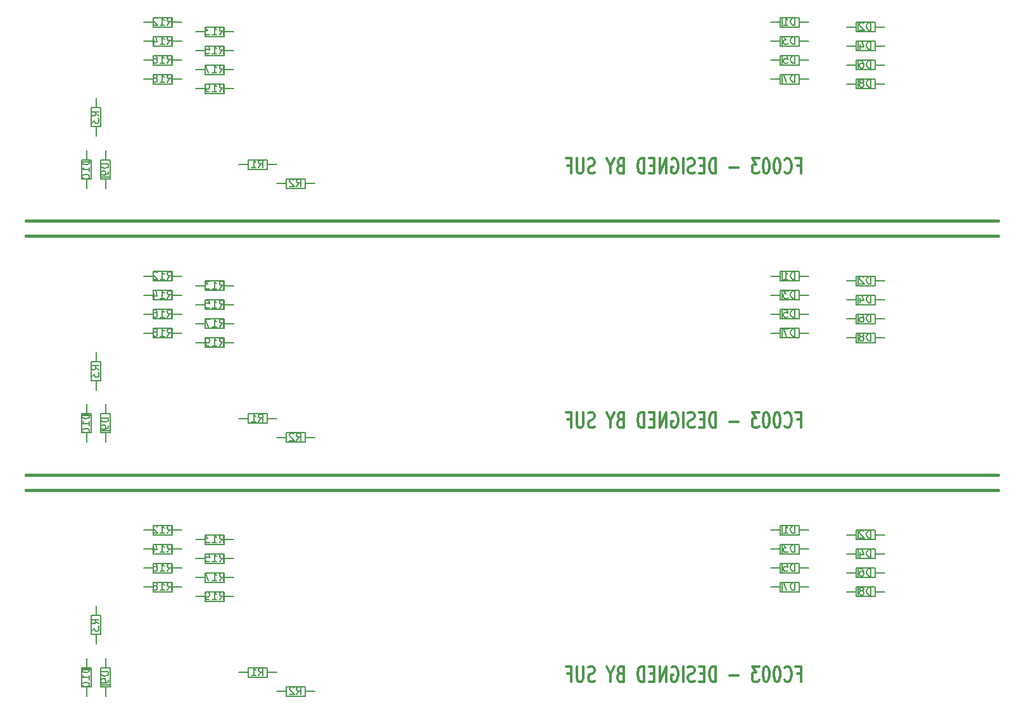
<source format=gbo>
G04 (created by PCBNEW (2013-07-07 BZR 4022)-stable) date 21/01/2014 23:36:14*
%MOIN*%
G04 Gerber Fmt 3.4, Leading zero omitted, Abs format*
%FSLAX34Y34*%
G01*
G70*
G90*
G04 APERTURE LIST*
%ADD10C,0.00590551*%
%ADD11C,0.015*%
%ADD12C,0.012*%
%ADD13C,0.00787402*%
G04 APERTURE END LIST*
G54D10*
G54D11*
X43307Y-66141D02*
X94488Y-66141D01*
X94488Y-65354D02*
X43307Y-65354D01*
X43307Y-52755D02*
X94488Y-52755D01*
X94488Y-51968D02*
X43307Y-51968D01*
G54D12*
X83907Y-75826D02*
X84107Y-75826D01*
X84107Y-76245D02*
X84107Y-75445D01*
X83821Y-75445D01*
X83250Y-76169D02*
X83278Y-76207D01*
X83364Y-76245D01*
X83421Y-76245D01*
X83507Y-76207D01*
X83564Y-76131D01*
X83592Y-76054D01*
X83621Y-75902D01*
X83621Y-75788D01*
X83592Y-75635D01*
X83564Y-75559D01*
X83507Y-75483D01*
X83421Y-75445D01*
X83364Y-75445D01*
X83278Y-75483D01*
X83250Y-75521D01*
X82878Y-75445D02*
X82821Y-75445D01*
X82764Y-75483D01*
X82735Y-75521D01*
X82707Y-75597D01*
X82678Y-75750D01*
X82678Y-75940D01*
X82707Y-76093D01*
X82735Y-76169D01*
X82764Y-76207D01*
X82821Y-76245D01*
X82878Y-76245D01*
X82935Y-76207D01*
X82964Y-76169D01*
X82992Y-76093D01*
X83021Y-75940D01*
X83021Y-75750D01*
X82992Y-75597D01*
X82964Y-75521D01*
X82935Y-75483D01*
X82878Y-75445D01*
X82307Y-75445D02*
X82250Y-75445D01*
X82192Y-75483D01*
X82164Y-75521D01*
X82135Y-75597D01*
X82107Y-75750D01*
X82107Y-75940D01*
X82135Y-76093D01*
X82164Y-76169D01*
X82192Y-76207D01*
X82250Y-76245D01*
X82307Y-76245D01*
X82364Y-76207D01*
X82392Y-76169D01*
X82421Y-76093D01*
X82450Y-75940D01*
X82450Y-75750D01*
X82421Y-75597D01*
X82392Y-75521D01*
X82364Y-75483D01*
X82307Y-75445D01*
X81907Y-75445D02*
X81535Y-75445D01*
X81735Y-75750D01*
X81650Y-75750D01*
X81592Y-75788D01*
X81564Y-75826D01*
X81535Y-75902D01*
X81535Y-76093D01*
X81564Y-76169D01*
X81592Y-76207D01*
X81650Y-76245D01*
X81821Y-76245D01*
X81878Y-76207D01*
X81907Y-76169D01*
X80821Y-75940D02*
X80364Y-75940D01*
X79621Y-76245D02*
X79621Y-75445D01*
X79478Y-75445D01*
X79392Y-75483D01*
X79335Y-75559D01*
X79307Y-75635D01*
X79278Y-75788D01*
X79278Y-75902D01*
X79307Y-76054D01*
X79335Y-76131D01*
X79392Y-76207D01*
X79478Y-76245D01*
X79621Y-76245D01*
X79021Y-75826D02*
X78821Y-75826D01*
X78735Y-76245D02*
X79021Y-76245D01*
X79021Y-75445D01*
X78735Y-75445D01*
X78507Y-76207D02*
X78421Y-76245D01*
X78278Y-76245D01*
X78221Y-76207D01*
X78192Y-76169D01*
X78164Y-76093D01*
X78164Y-76016D01*
X78192Y-75940D01*
X78221Y-75902D01*
X78278Y-75864D01*
X78392Y-75826D01*
X78449Y-75788D01*
X78478Y-75750D01*
X78507Y-75674D01*
X78507Y-75597D01*
X78478Y-75521D01*
X78449Y-75483D01*
X78392Y-75445D01*
X78249Y-75445D01*
X78164Y-75483D01*
X77907Y-76245D02*
X77907Y-75445D01*
X77307Y-75483D02*
X77364Y-75445D01*
X77449Y-75445D01*
X77535Y-75483D01*
X77592Y-75559D01*
X77621Y-75635D01*
X77649Y-75788D01*
X77649Y-75902D01*
X77621Y-76054D01*
X77592Y-76131D01*
X77535Y-76207D01*
X77449Y-76245D01*
X77392Y-76245D01*
X77307Y-76207D01*
X77278Y-76169D01*
X77278Y-75902D01*
X77392Y-75902D01*
X77021Y-76245D02*
X77021Y-75445D01*
X76678Y-76245D01*
X76678Y-75445D01*
X76392Y-75826D02*
X76192Y-75826D01*
X76107Y-76245D02*
X76392Y-76245D01*
X76392Y-75445D01*
X76107Y-75445D01*
X75850Y-76245D02*
X75850Y-75445D01*
X75707Y-75445D01*
X75621Y-75483D01*
X75564Y-75559D01*
X75535Y-75635D01*
X75507Y-75788D01*
X75507Y-75902D01*
X75535Y-76054D01*
X75564Y-76131D01*
X75621Y-76207D01*
X75707Y-76245D01*
X75850Y-76245D01*
X74592Y-75826D02*
X74507Y-75864D01*
X74478Y-75902D01*
X74450Y-75978D01*
X74450Y-76093D01*
X74478Y-76169D01*
X74507Y-76207D01*
X74564Y-76245D01*
X74792Y-76245D01*
X74792Y-75445D01*
X74592Y-75445D01*
X74535Y-75483D01*
X74507Y-75521D01*
X74478Y-75597D01*
X74478Y-75674D01*
X74507Y-75750D01*
X74535Y-75788D01*
X74592Y-75826D01*
X74792Y-75826D01*
X74078Y-75864D02*
X74078Y-76245D01*
X74278Y-75445D02*
X74078Y-75864D01*
X73878Y-75445D01*
X73249Y-76207D02*
X73164Y-76245D01*
X73021Y-76245D01*
X72964Y-76207D01*
X72935Y-76169D01*
X72907Y-76093D01*
X72907Y-76016D01*
X72935Y-75940D01*
X72964Y-75902D01*
X73021Y-75864D01*
X73135Y-75826D01*
X73192Y-75788D01*
X73221Y-75750D01*
X73249Y-75674D01*
X73249Y-75597D01*
X73221Y-75521D01*
X73192Y-75483D01*
X73135Y-75445D01*
X72992Y-75445D01*
X72907Y-75483D01*
X72649Y-75445D02*
X72649Y-76093D01*
X72621Y-76169D01*
X72592Y-76207D01*
X72535Y-76245D01*
X72421Y-76245D01*
X72364Y-76207D01*
X72335Y-76169D01*
X72307Y-76093D01*
X72307Y-75445D01*
X71821Y-75826D02*
X72021Y-75826D01*
X72021Y-76245D02*
X72021Y-75445D01*
X71735Y-75445D01*
X83907Y-62440D02*
X84107Y-62440D01*
X84107Y-62859D02*
X84107Y-62059D01*
X83821Y-62059D01*
X83250Y-62783D02*
X83278Y-62821D01*
X83364Y-62859D01*
X83421Y-62859D01*
X83507Y-62821D01*
X83564Y-62745D01*
X83592Y-62669D01*
X83621Y-62516D01*
X83621Y-62402D01*
X83592Y-62250D01*
X83564Y-62173D01*
X83507Y-62097D01*
X83421Y-62059D01*
X83364Y-62059D01*
X83278Y-62097D01*
X83250Y-62135D01*
X82878Y-62059D02*
X82821Y-62059D01*
X82764Y-62097D01*
X82735Y-62135D01*
X82707Y-62212D01*
X82678Y-62364D01*
X82678Y-62554D01*
X82707Y-62707D01*
X82735Y-62783D01*
X82764Y-62821D01*
X82821Y-62859D01*
X82878Y-62859D01*
X82935Y-62821D01*
X82964Y-62783D01*
X82992Y-62707D01*
X83021Y-62554D01*
X83021Y-62364D01*
X82992Y-62212D01*
X82964Y-62135D01*
X82935Y-62097D01*
X82878Y-62059D01*
X82307Y-62059D02*
X82250Y-62059D01*
X82192Y-62097D01*
X82164Y-62135D01*
X82135Y-62212D01*
X82107Y-62364D01*
X82107Y-62554D01*
X82135Y-62707D01*
X82164Y-62783D01*
X82192Y-62821D01*
X82250Y-62859D01*
X82307Y-62859D01*
X82364Y-62821D01*
X82392Y-62783D01*
X82421Y-62707D01*
X82450Y-62554D01*
X82450Y-62364D01*
X82421Y-62212D01*
X82392Y-62135D01*
X82364Y-62097D01*
X82307Y-62059D01*
X81907Y-62059D02*
X81535Y-62059D01*
X81735Y-62364D01*
X81650Y-62364D01*
X81592Y-62402D01*
X81564Y-62440D01*
X81535Y-62516D01*
X81535Y-62707D01*
X81564Y-62783D01*
X81592Y-62821D01*
X81650Y-62859D01*
X81821Y-62859D01*
X81878Y-62821D01*
X81907Y-62783D01*
X80821Y-62554D02*
X80364Y-62554D01*
X79621Y-62859D02*
X79621Y-62059D01*
X79478Y-62059D01*
X79392Y-62097D01*
X79335Y-62173D01*
X79307Y-62250D01*
X79278Y-62402D01*
X79278Y-62516D01*
X79307Y-62669D01*
X79335Y-62745D01*
X79392Y-62821D01*
X79478Y-62859D01*
X79621Y-62859D01*
X79021Y-62440D02*
X78821Y-62440D01*
X78735Y-62859D02*
X79021Y-62859D01*
X79021Y-62059D01*
X78735Y-62059D01*
X78507Y-62821D02*
X78421Y-62859D01*
X78278Y-62859D01*
X78221Y-62821D01*
X78192Y-62783D01*
X78164Y-62707D01*
X78164Y-62631D01*
X78192Y-62554D01*
X78221Y-62516D01*
X78278Y-62478D01*
X78392Y-62440D01*
X78449Y-62402D01*
X78478Y-62364D01*
X78507Y-62288D01*
X78507Y-62212D01*
X78478Y-62135D01*
X78449Y-62097D01*
X78392Y-62059D01*
X78249Y-62059D01*
X78164Y-62097D01*
X77907Y-62859D02*
X77907Y-62059D01*
X77307Y-62097D02*
X77364Y-62059D01*
X77449Y-62059D01*
X77535Y-62097D01*
X77592Y-62173D01*
X77621Y-62250D01*
X77649Y-62402D01*
X77649Y-62516D01*
X77621Y-62669D01*
X77592Y-62745D01*
X77535Y-62821D01*
X77449Y-62859D01*
X77392Y-62859D01*
X77307Y-62821D01*
X77278Y-62783D01*
X77278Y-62516D01*
X77392Y-62516D01*
X77021Y-62859D02*
X77021Y-62059D01*
X76678Y-62859D01*
X76678Y-62059D01*
X76392Y-62440D02*
X76192Y-62440D01*
X76107Y-62859D02*
X76392Y-62859D01*
X76392Y-62059D01*
X76107Y-62059D01*
X75850Y-62859D02*
X75850Y-62059D01*
X75707Y-62059D01*
X75621Y-62097D01*
X75564Y-62173D01*
X75535Y-62250D01*
X75507Y-62402D01*
X75507Y-62516D01*
X75535Y-62669D01*
X75564Y-62745D01*
X75621Y-62821D01*
X75707Y-62859D01*
X75850Y-62859D01*
X74592Y-62440D02*
X74507Y-62478D01*
X74478Y-62516D01*
X74450Y-62592D01*
X74450Y-62707D01*
X74478Y-62783D01*
X74507Y-62821D01*
X74564Y-62859D01*
X74792Y-62859D01*
X74792Y-62059D01*
X74592Y-62059D01*
X74535Y-62097D01*
X74507Y-62135D01*
X74478Y-62212D01*
X74478Y-62288D01*
X74507Y-62364D01*
X74535Y-62402D01*
X74592Y-62440D01*
X74792Y-62440D01*
X74078Y-62478D02*
X74078Y-62859D01*
X74278Y-62059D02*
X74078Y-62478D01*
X73878Y-62059D01*
X73249Y-62821D02*
X73164Y-62859D01*
X73021Y-62859D01*
X72964Y-62821D01*
X72935Y-62783D01*
X72907Y-62707D01*
X72907Y-62631D01*
X72935Y-62554D01*
X72964Y-62516D01*
X73021Y-62478D01*
X73135Y-62440D01*
X73192Y-62402D01*
X73221Y-62364D01*
X73249Y-62288D01*
X73249Y-62212D01*
X73221Y-62135D01*
X73192Y-62097D01*
X73135Y-62059D01*
X72992Y-62059D01*
X72907Y-62097D01*
X72649Y-62059D02*
X72649Y-62707D01*
X72621Y-62783D01*
X72592Y-62821D01*
X72535Y-62859D01*
X72421Y-62859D01*
X72364Y-62821D01*
X72335Y-62783D01*
X72307Y-62707D01*
X72307Y-62059D01*
X71821Y-62440D02*
X72021Y-62440D01*
X72021Y-62859D02*
X72021Y-62059D01*
X71735Y-62059D01*
X83907Y-49054D02*
X84107Y-49054D01*
X84107Y-49473D02*
X84107Y-48673D01*
X83821Y-48673D01*
X83250Y-49397D02*
X83278Y-49435D01*
X83364Y-49473D01*
X83421Y-49473D01*
X83507Y-49435D01*
X83564Y-49359D01*
X83592Y-49283D01*
X83621Y-49130D01*
X83621Y-49016D01*
X83592Y-48864D01*
X83564Y-48788D01*
X83507Y-48711D01*
X83421Y-48673D01*
X83364Y-48673D01*
X83278Y-48711D01*
X83250Y-48750D01*
X82878Y-48673D02*
X82821Y-48673D01*
X82764Y-48711D01*
X82735Y-48750D01*
X82707Y-48826D01*
X82678Y-48978D01*
X82678Y-49169D01*
X82707Y-49321D01*
X82735Y-49397D01*
X82764Y-49435D01*
X82821Y-49473D01*
X82878Y-49473D01*
X82935Y-49435D01*
X82964Y-49397D01*
X82992Y-49321D01*
X83021Y-49169D01*
X83021Y-48978D01*
X82992Y-48826D01*
X82964Y-48750D01*
X82935Y-48711D01*
X82878Y-48673D01*
X82307Y-48673D02*
X82250Y-48673D01*
X82192Y-48711D01*
X82164Y-48750D01*
X82135Y-48826D01*
X82107Y-48978D01*
X82107Y-49169D01*
X82135Y-49321D01*
X82164Y-49397D01*
X82192Y-49435D01*
X82250Y-49473D01*
X82307Y-49473D01*
X82364Y-49435D01*
X82392Y-49397D01*
X82421Y-49321D01*
X82450Y-49169D01*
X82450Y-48978D01*
X82421Y-48826D01*
X82392Y-48750D01*
X82364Y-48711D01*
X82307Y-48673D01*
X81907Y-48673D02*
X81535Y-48673D01*
X81735Y-48978D01*
X81650Y-48978D01*
X81592Y-49016D01*
X81564Y-49054D01*
X81535Y-49130D01*
X81535Y-49321D01*
X81564Y-49397D01*
X81592Y-49435D01*
X81650Y-49473D01*
X81821Y-49473D01*
X81878Y-49435D01*
X81907Y-49397D01*
X80821Y-49169D02*
X80364Y-49169D01*
X79621Y-49473D02*
X79621Y-48673D01*
X79478Y-48673D01*
X79392Y-48711D01*
X79335Y-48788D01*
X79307Y-48864D01*
X79278Y-49016D01*
X79278Y-49130D01*
X79307Y-49283D01*
X79335Y-49359D01*
X79392Y-49435D01*
X79478Y-49473D01*
X79621Y-49473D01*
X79021Y-49054D02*
X78821Y-49054D01*
X78735Y-49473D02*
X79021Y-49473D01*
X79021Y-48673D01*
X78735Y-48673D01*
X78507Y-49435D02*
X78421Y-49473D01*
X78278Y-49473D01*
X78221Y-49435D01*
X78192Y-49397D01*
X78164Y-49321D01*
X78164Y-49245D01*
X78192Y-49169D01*
X78221Y-49130D01*
X78278Y-49092D01*
X78392Y-49054D01*
X78449Y-49016D01*
X78478Y-48978D01*
X78507Y-48902D01*
X78507Y-48826D01*
X78478Y-48750D01*
X78449Y-48711D01*
X78392Y-48673D01*
X78249Y-48673D01*
X78164Y-48711D01*
X77907Y-49473D02*
X77907Y-48673D01*
X77307Y-48711D02*
X77364Y-48673D01*
X77449Y-48673D01*
X77535Y-48711D01*
X77592Y-48788D01*
X77621Y-48864D01*
X77649Y-49016D01*
X77649Y-49130D01*
X77621Y-49283D01*
X77592Y-49359D01*
X77535Y-49435D01*
X77449Y-49473D01*
X77392Y-49473D01*
X77307Y-49435D01*
X77278Y-49397D01*
X77278Y-49130D01*
X77392Y-49130D01*
X77021Y-49473D02*
X77021Y-48673D01*
X76678Y-49473D01*
X76678Y-48673D01*
X76392Y-49054D02*
X76192Y-49054D01*
X76107Y-49473D02*
X76392Y-49473D01*
X76392Y-48673D01*
X76107Y-48673D01*
X75850Y-49473D02*
X75850Y-48673D01*
X75707Y-48673D01*
X75621Y-48711D01*
X75564Y-48788D01*
X75535Y-48864D01*
X75507Y-49016D01*
X75507Y-49130D01*
X75535Y-49283D01*
X75564Y-49359D01*
X75621Y-49435D01*
X75707Y-49473D01*
X75850Y-49473D01*
X74592Y-49054D02*
X74507Y-49092D01*
X74478Y-49130D01*
X74450Y-49207D01*
X74450Y-49321D01*
X74478Y-49397D01*
X74507Y-49435D01*
X74564Y-49473D01*
X74792Y-49473D01*
X74792Y-48673D01*
X74592Y-48673D01*
X74535Y-48711D01*
X74507Y-48750D01*
X74478Y-48826D01*
X74478Y-48902D01*
X74507Y-48978D01*
X74535Y-49016D01*
X74592Y-49054D01*
X74792Y-49054D01*
X74078Y-49092D02*
X74078Y-49473D01*
X74278Y-48673D02*
X74078Y-49092D01*
X73878Y-48673D01*
X73249Y-49435D02*
X73164Y-49473D01*
X73021Y-49473D01*
X72964Y-49435D01*
X72935Y-49397D01*
X72907Y-49321D01*
X72907Y-49245D01*
X72935Y-49169D01*
X72964Y-49130D01*
X73021Y-49092D01*
X73135Y-49054D01*
X73192Y-49016D01*
X73221Y-48978D01*
X73249Y-48902D01*
X73249Y-48826D01*
X73221Y-48750D01*
X73192Y-48711D01*
X73135Y-48673D01*
X72992Y-48673D01*
X72907Y-48711D01*
X72649Y-48673D02*
X72649Y-49321D01*
X72621Y-49397D01*
X72592Y-49435D01*
X72535Y-49473D01*
X72421Y-49473D01*
X72364Y-49435D01*
X72335Y-49397D01*
X72307Y-49321D01*
X72307Y-48673D01*
X71821Y-49054D02*
X72021Y-49054D01*
X72021Y-49473D02*
X72021Y-48673D01*
X71735Y-48673D01*
G54D13*
X53750Y-68771D02*
X54250Y-68771D01*
X52250Y-68771D02*
X52750Y-68771D01*
X53750Y-69021D02*
X53750Y-68521D01*
X53750Y-68521D02*
X52750Y-68521D01*
X52750Y-68521D02*
X52750Y-69021D01*
X52750Y-69021D02*
X53750Y-69021D01*
X51000Y-69271D02*
X51500Y-69271D01*
X49500Y-69271D02*
X50000Y-69271D01*
X51000Y-69521D02*
X51000Y-69021D01*
X51000Y-69021D02*
X50000Y-69021D01*
X50000Y-69021D02*
X50000Y-69521D01*
X50000Y-69521D02*
X51000Y-69521D01*
X47000Y-72771D02*
X47000Y-72271D01*
X47000Y-74271D02*
X47000Y-73771D01*
X47250Y-72771D02*
X46750Y-72771D01*
X46750Y-72771D02*
X46750Y-73771D01*
X46750Y-73771D02*
X47250Y-73771D01*
X47250Y-73771D02*
X47250Y-72771D01*
X51000Y-68271D02*
X51500Y-68271D01*
X49500Y-68271D02*
X50000Y-68271D01*
X51000Y-68521D02*
X51000Y-68021D01*
X51000Y-68021D02*
X50000Y-68021D01*
X50000Y-68021D02*
X50000Y-68521D01*
X50000Y-68521D02*
X51000Y-68521D01*
X53750Y-71771D02*
X54250Y-71771D01*
X52250Y-71771D02*
X52750Y-71771D01*
X53750Y-72021D02*
X53750Y-71521D01*
X53750Y-71521D02*
X52750Y-71521D01*
X52750Y-71521D02*
X52750Y-72021D01*
X52750Y-72021D02*
X53750Y-72021D01*
X53750Y-69771D02*
X54250Y-69771D01*
X52250Y-69771D02*
X52750Y-69771D01*
X53750Y-70021D02*
X53750Y-69521D01*
X53750Y-69521D02*
X52750Y-69521D01*
X52750Y-69521D02*
X52750Y-70021D01*
X52750Y-70021D02*
X53750Y-70021D01*
X51000Y-70271D02*
X51500Y-70271D01*
X49500Y-70271D02*
X50000Y-70271D01*
X51000Y-70521D02*
X51000Y-70021D01*
X51000Y-70021D02*
X50000Y-70021D01*
X50000Y-70021D02*
X50000Y-70521D01*
X50000Y-70521D02*
X51000Y-70521D01*
X53750Y-70771D02*
X54250Y-70771D01*
X52250Y-70771D02*
X52750Y-70771D01*
X53750Y-71021D02*
X53750Y-70521D01*
X53750Y-70521D02*
X52750Y-70521D01*
X52750Y-70521D02*
X52750Y-71021D01*
X52750Y-71021D02*
X53750Y-71021D01*
X51000Y-71271D02*
X51500Y-71271D01*
X49500Y-71271D02*
X50000Y-71271D01*
X51000Y-71521D02*
X51000Y-71021D01*
X51000Y-71021D02*
X50000Y-71021D01*
X50000Y-71021D02*
X50000Y-71521D01*
X50000Y-71521D02*
X51000Y-71521D01*
X58000Y-76771D02*
X58500Y-76771D01*
X56500Y-76771D02*
X57000Y-76771D01*
X58000Y-77021D02*
X58000Y-76521D01*
X58000Y-76521D02*
X57000Y-76521D01*
X57000Y-76521D02*
X57000Y-77021D01*
X57000Y-77021D02*
X58000Y-77021D01*
X56000Y-75771D02*
X56500Y-75771D01*
X54500Y-75771D02*
X55000Y-75771D01*
X56000Y-76021D02*
X56000Y-75521D01*
X56000Y-75521D02*
X55000Y-75521D01*
X55000Y-75521D02*
X55000Y-76021D01*
X55000Y-76021D02*
X56000Y-76021D01*
X87100Y-68271D02*
X87100Y-68771D01*
X87000Y-68521D02*
X86500Y-68521D01*
X88500Y-68521D02*
X88000Y-68521D01*
X87000Y-68271D02*
X87000Y-68771D01*
X87000Y-68771D02*
X88000Y-68771D01*
X88000Y-68771D02*
X88000Y-68271D01*
X88000Y-68271D02*
X87000Y-68271D01*
X46750Y-75621D02*
X46250Y-75621D01*
X46500Y-75521D02*
X46500Y-75021D01*
X46500Y-77021D02*
X46500Y-76521D01*
X46750Y-75521D02*
X46250Y-75521D01*
X46250Y-75521D02*
X46250Y-76521D01*
X46250Y-76521D02*
X46750Y-76521D01*
X46750Y-76521D02*
X46750Y-75521D01*
X47250Y-76421D02*
X47750Y-76421D01*
X47500Y-76521D02*
X47500Y-77021D01*
X47500Y-75021D02*
X47500Y-75521D01*
X47250Y-76521D02*
X47750Y-76521D01*
X47750Y-76521D02*
X47750Y-75521D01*
X47750Y-75521D02*
X47250Y-75521D01*
X47250Y-75521D02*
X47250Y-76521D01*
X83100Y-68021D02*
X83100Y-68521D01*
X83000Y-68271D02*
X82500Y-68271D01*
X84500Y-68271D02*
X84000Y-68271D01*
X83000Y-68021D02*
X83000Y-68521D01*
X83000Y-68521D02*
X84000Y-68521D01*
X84000Y-68521D02*
X84000Y-68021D01*
X84000Y-68021D02*
X83000Y-68021D01*
X87100Y-71271D02*
X87100Y-71771D01*
X87000Y-71521D02*
X86500Y-71521D01*
X88500Y-71521D02*
X88000Y-71521D01*
X87000Y-71271D02*
X87000Y-71771D01*
X87000Y-71771D02*
X88000Y-71771D01*
X88000Y-71771D02*
X88000Y-71271D01*
X88000Y-71271D02*
X87000Y-71271D01*
X83100Y-71021D02*
X83100Y-71521D01*
X83000Y-71271D02*
X82500Y-71271D01*
X84500Y-71271D02*
X84000Y-71271D01*
X83000Y-71021D02*
X83000Y-71521D01*
X83000Y-71521D02*
X84000Y-71521D01*
X84000Y-71521D02*
X84000Y-71021D01*
X84000Y-71021D02*
X83000Y-71021D01*
X87100Y-70271D02*
X87100Y-70771D01*
X87000Y-70521D02*
X86500Y-70521D01*
X88500Y-70521D02*
X88000Y-70521D01*
X87000Y-70271D02*
X87000Y-70771D01*
X87000Y-70771D02*
X88000Y-70771D01*
X88000Y-70771D02*
X88000Y-70271D01*
X88000Y-70271D02*
X87000Y-70271D01*
X83100Y-70021D02*
X83100Y-70521D01*
X83000Y-70271D02*
X82500Y-70271D01*
X84500Y-70271D02*
X84000Y-70271D01*
X83000Y-70021D02*
X83000Y-70521D01*
X83000Y-70521D02*
X84000Y-70521D01*
X84000Y-70521D02*
X84000Y-70021D01*
X84000Y-70021D02*
X83000Y-70021D01*
X87100Y-69271D02*
X87100Y-69771D01*
X87000Y-69521D02*
X86500Y-69521D01*
X88500Y-69521D02*
X88000Y-69521D01*
X87000Y-69271D02*
X87000Y-69771D01*
X87000Y-69771D02*
X88000Y-69771D01*
X88000Y-69771D02*
X88000Y-69271D01*
X88000Y-69271D02*
X87000Y-69271D01*
X83100Y-69021D02*
X83100Y-69521D01*
X83000Y-69271D02*
X82500Y-69271D01*
X84500Y-69271D02*
X84000Y-69271D01*
X83000Y-69021D02*
X83000Y-69521D01*
X83000Y-69521D02*
X84000Y-69521D01*
X84000Y-69521D02*
X84000Y-69021D01*
X84000Y-69021D02*
X83000Y-69021D01*
X83100Y-55635D02*
X83100Y-56135D01*
X83000Y-55885D02*
X82500Y-55885D01*
X84500Y-55885D02*
X84000Y-55885D01*
X83000Y-55635D02*
X83000Y-56135D01*
X83000Y-56135D02*
X84000Y-56135D01*
X84000Y-56135D02*
X84000Y-55635D01*
X84000Y-55635D02*
X83000Y-55635D01*
X87100Y-55885D02*
X87100Y-56385D01*
X87000Y-56135D02*
X86500Y-56135D01*
X88500Y-56135D02*
X88000Y-56135D01*
X87000Y-55885D02*
X87000Y-56385D01*
X87000Y-56385D02*
X88000Y-56385D01*
X88000Y-56385D02*
X88000Y-55885D01*
X88000Y-55885D02*
X87000Y-55885D01*
X83100Y-56635D02*
X83100Y-57135D01*
X83000Y-56885D02*
X82500Y-56885D01*
X84500Y-56885D02*
X84000Y-56885D01*
X83000Y-56635D02*
X83000Y-57135D01*
X83000Y-57135D02*
X84000Y-57135D01*
X84000Y-57135D02*
X84000Y-56635D01*
X84000Y-56635D02*
X83000Y-56635D01*
X87100Y-56885D02*
X87100Y-57385D01*
X87000Y-57135D02*
X86500Y-57135D01*
X88500Y-57135D02*
X88000Y-57135D01*
X87000Y-56885D02*
X87000Y-57385D01*
X87000Y-57385D02*
X88000Y-57385D01*
X88000Y-57385D02*
X88000Y-56885D01*
X88000Y-56885D02*
X87000Y-56885D01*
X83100Y-57635D02*
X83100Y-58135D01*
X83000Y-57885D02*
X82500Y-57885D01*
X84500Y-57885D02*
X84000Y-57885D01*
X83000Y-57635D02*
X83000Y-58135D01*
X83000Y-58135D02*
X84000Y-58135D01*
X84000Y-58135D02*
X84000Y-57635D01*
X84000Y-57635D02*
X83000Y-57635D01*
X87100Y-57885D02*
X87100Y-58385D01*
X87000Y-58135D02*
X86500Y-58135D01*
X88500Y-58135D02*
X88000Y-58135D01*
X87000Y-57885D02*
X87000Y-58385D01*
X87000Y-58385D02*
X88000Y-58385D01*
X88000Y-58385D02*
X88000Y-57885D01*
X88000Y-57885D02*
X87000Y-57885D01*
X83100Y-54635D02*
X83100Y-55135D01*
X83000Y-54885D02*
X82500Y-54885D01*
X84500Y-54885D02*
X84000Y-54885D01*
X83000Y-54635D02*
X83000Y-55135D01*
X83000Y-55135D02*
X84000Y-55135D01*
X84000Y-55135D02*
X84000Y-54635D01*
X84000Y-54635D02*
X83000Y-54635D01*
X47250Y-63035D02*
X47750Y-63035D01*
X47500Y-63135D02*
X47500Y-63635D01*
X47500Y-61635D02*
X47500Y-62135D01*
X47250Y-63135D02*
X47750Y-63135D01*
X47750Y-63135D02*
X47750Y-62135D01*
X47750Y-62135D02*
X47250Y-62135D01*
X47250Y-62135D02*
X47250Y-63135D01*
X46750Y-62235D02*
X46250Y-62235D01*
X46500Y-62135D02*
X46500Y-61635D01*
X46500Y-63635D02*
X46500Y-63135D01*
X46750Y-62135D02*
X46250Y-62135D01*
X46250Y-62135D02*
X46250Y-63135D01*
X46250Y-63135D02*
X46750Y-63135D01*
X46750Y-63135D02*
X46750Y-62135D01*
X87100Y-54885D02*
X87100Y-55385D01*
X87000Y-55135D02*
X86500Y-55135D01*
X88500Y-55135D02*
X88000Y-55135D01*
X87000Y-54885D02*
X87000Y-55385D01*
X87000Y-55385D02*
X88000Y-55385D01*
X88000Y-55385D02*
X88000Y-54885D01*
X88000Y-54885D02*
X87000Y-54885D01*
X56000Y-62385D02*
X56500Y-62385D01*
X54500Y-62385D02*
X55000Y-62385D01*
X56000Y-62635D02*
X56000Y-62135D01*
X56000Y-62135D02*
X55000Y-62135D01*
X55000Y-62135D02*
X55000Y-62635D01*
X55000Y-62635D02*
X56000Y-62635D01*
X58000Y-63385D02*
X58500Y-63385D01*
X56500Y-63385D02*
X57000Y-63385D01*
X58000Y-63635D02*
X58000Y-63135D01*
X58000Y-63135D02*
X57000Y-63135D01*
X57000Y-63135D02*
X57000Y-63635D01*
X57000Y-63635D02*
X58000Y-63635D01*
X51000Y-57885D02*
X51500Y-57885D01*
X49500Y-57885D02*
X50000Y-57885D01*
X51000Y-58135D02*
X51000Y-57635D01*
X51000Y-57635D02*
X50000Y-57635D01*
X50000Y-57635D02*
X50000Y-58135D01*
X50000Y-58135D02*
X51000Y-58135D01*
X53750Y-57385D02*
X54250Y-57385D01*
X52250Y-57385D02*
X52750Y-57385D01*
X53750Y-57635D02*
X53750Y-57135D01*
X53750Y-57135D02*
X52750Y-57135D01*
X52750Y-57135D02*
X52750Y-57635D01*
X52750Y-57635D02*
X53750Y-57635D01*
X51000Y-56885D02*
X51500Y-56885D01*
X49500Y-56885D02*
X50000Y-56885D01*
X51000Y-57135D02*
X51000Y-56635D01*
X51000Y-56635D02*
X50000Y-56635D01*
X50000Y-56635D02*
X50000Y-57135D01*
X50000Y-57135D02*
X51000Y-57135D01*
X53750Y-56385D02*
X54250Y-56385D01*
X52250Y-56385D02*
X52750Y-56385D01*
X53750Y-56635D02*
X53750Y-56135D01*
X53750Y-56135D02*
X52750Y-56135D01*
X52750Y-56135D02*
X52750Y-56635D01*
X52750Y-56635D02*
X53750Y-56635D01*
X53750Y-58385D02*
X54250Y-58385D01*
X52250Y-58385D02*
X52750Y-58385D01*
X53750Y-58635D02*
X53750Y-58135D01*
X53750Y-58135D02*
X52750Y-58135D01*
X52750Y-58135D02*
X52750Y-58635D01*
X52750Y-58635D02*
X53750Y-58635D01*
X51000Y-54885D02*
X51500Y-54885D01*
X49500Y-54885D02*
X50000Y-54885D01*
X51000Y-55135D02*
X51000Y-54635D01*
X51000Y-54635D02*
X50000Y-54635D01*
X50000Y-54635D02*
X50000Y-55135D01*
X50000Y-55135D02*
X51000Y-55135D01*
X47000Y-59385D02*
X47000Y-58885D01*
X47000Y-60885D02*
X47000Y-60385D01*
X47250Y-59385D02*
X46750Y-59385D01*
X46750Y-59385D02*
X46750Y-60385D01*
X46750Y-60385D02*
X47250Y-60385D01*
X47250Y-60385D02*
X47250Y-59385D01*
X51000Y-55885D02*
X51500Y-55885D01*
X49500Y-55885D02*
X50000Y-55885D01*
X51000Y-56135D02*
X51000Y-55635D01*
X51000Y-55635D02*
X50000Y-55635D01*
X50000Y-55635D02*
X50000Y-56135D01*
X50000Y-56135D02*
X51000Y-56135D01*
X53750Y-55385D02*
X54250Y-55385D01*
X52250Y-55385D02*
X52750Y-55385D01*
X53750Y-55635D02*
X53750Y-55135D01*
X53750Y-55135D02*
X52750Y-55135D01*
X52750Y-55135D02*
X52750Y-55635D01*
X52750Y-55635D02*
X53750Y-55635D01*
X53750Y-42000D02*
X54250Y-42000D01*
X52250Y-42000D02*
X52750Y-42000D01*
X53750Y-42250D02*
X53750Y-41750D01*
X53750Y-41750D02*
X52750Y-41750D01*
X52750Y-41750D02*
X52750Y-42250D01*
X52750Y-42250D02*
X53750Y-42250D01*
X51000Y-42500D02*
X51500Y-42500D01*
X49500Y-42500D02*
X50000Y-42500D01*
X51000Y-42750D02*
X51000Y-42250D01*
X51000Y-42250D02*
X50000Y-42250D01*
X50000Y-42250D02*
X50000Y-42750D01*
X50000Y-42750D02*
X51000Y-42750D01*
X47000Y-46000D02*
X47000Y-45500D01*
X47000Y-47500D02*
X47000Y-47000D01*
X47250Y-46000D02*
X46750Y-46000D01*
X46750Y-46000D02*
X46750Y-47000D01*
X46750Y-47000D02*
X47250Y-47000D01*
X47250Y-47000D02*
X47250Y-46000D01*
X51000Y-41500D02*
X51500Y-41500D01*
X49500Y-41500D02*
X50000Y-41500D01*
X51000Y-41750D02*
X51000Y-41250D01*
X51000Y-41250D02*
X50000Y-41250D01*
X50000Y-41250D02*
X50000Y-41750D01*
X50000Y-41750D02*
X51000Y-41750D01*
X53750Y-45000D02*
X54250Y-45000D01*
X52250Y-45000D02*
X52750Y-45000D01*
X53750Y-45250D02*
X53750Y-44750D01*
X53750Y-44750D02*
X52750Y-44750D01*
X52750Y-44750D02*
X52750Y-45250D01*
X52750Y-45250D02*
X53750Y-45250D01*
X53750Y-43000D02*
X54250Y-43000D01*
X52250Y-43000D02*
X52750Y-43000D01*
X53750Y-43250D02*
X53750Y-42750D01*
X53750Y-42750D02*
X52750Y-42750D01*
X52750Y-42750D02*
X52750Y-43250D01*
X52750Y-43250D02*
X53750Y-43250D01*
X51000Y-43500D02*
X51500Y-43500D01*
X49500Y-43500D02*
X50000Y-43500D01*
X51000Y-43750D02*
X51000Y-43250D01*
X51000Y-43250D02*
X50000Y-43250D01*
X50000Y-43250D02*
X50000Y-43750D01*
X50000Y-43750D02*
X51000Y-43750D01*
X53750Y-44000D02*
X54250Y-44000D01*
X52250Y-44000D02*
X52750Y-44000D01*
X53750Y-44250D02*
X53750Y-43750D01*
X53750Y-43750D02*
X52750Y-43750D01*
X52750Y-43750D02*
X52750Y-44250D01*
X52750Y-44250D02*
X53750Y-44250D01*
X51000Y-44500D02*
X51500Y-44500D01*
X49500Y-44500D02*
X50000Y-44500D01*
X51000Y-44750D02*
X51000Y-44250D01*
X51000Y-44250D02*
X50000Y-44250D01*
X50000Y-44250D02*
X50000Y-44750D01*
X50000Y-44750D02*
X51000Y-44750D01*
X58000Y-50000D02*
X58500Y-50000D01*
X56500Y-50000D02*
X57000Y-50000D01*
X58000Y-50250D02*
X58000Y-49750D01*
X58000Y-49750D02*
X57000Y-49750D01*
X57000Y-49750D02*
X57000Y-50250D01*
X57000Y-50250D02*
X58000Y-50250D01*
X56000Y-49000D02*
X56500Y-49000D01*
X54500Y-49000D02*
X55000Y-49000D01*
X56000Y-49250D02*
X56000Y-48750D01*
X56000Y-48750D02*
X55000Y-48750D01*
X55000Y-48750D02*
X55000Y-49250D01*
X55000Y-49250D02*
X56000Y-49250D01*
X87100Y-41500D02*
X87100Y-42000D01*
X87000Y-41750D02*
X86500Y-41750D01*
X88500Y-41750D02*
X88000Y-41750D01*
X87000Y-41500D02*
X87000Y-42000D01*
X87000Y-42000D02*
X88000Y-42000D01*
X88000Y-42000D02*
X88000Y-41500D01*
X88000Y-41500D02*
X87000Y-41500D01*
X46750Y-48850D02*
X46250Y-48850D01*
X46500Y-48750D02*
X46500Y-48250D01*
X46500Y-50250D02*
X46500Y-49750D01*
X46750Y-48750D02*
X46250Y-48750D01*
X46250Y-48750D02*
X46250Y-49750D01*
X46250Y-49750D02*
X46750Y-49750D01*
X46750Y-49750D02*
X46750Y-48750D01*
X47250Y-49650D02*
X47750Y-49650D01*
X47500Y-49750D02*
X47500Y-50250D01*
X47500Y-48250D02*
X47500Y-48750D01*
X47250Y-49750D02*
X47750Y-49750D01*
X47750Y-49750D02*
X47750Y-48750D01*
X47750Y-48750D02*
X47250Y-48750D01*
X47250Y-48750D02*
X47250Y-49750D01*
X83100Y-41250D02*
X83100Y-41750D01*
X83000Y-41500D02*
X82500Y-41500D01*
X84500Y-41500D02*
X84000Y-41500D01*
X83000Y-41250D02*
X83000Y-41750D01*
X83000Y-41750D02*
X84000Y-41750D01*
X84000Y-41750D02*
X84000Y-41250D01*
X84000Y-41250D02*
X83000Y-41250D01*
X87100Y-44500D02*
X87100Y-45000D01*
X87000Y-44750D02*
X86500Y-44750D01*
X88500Y-44750D02*
X88000Y-44750D01*
X87000Y-44500D02*
X87000Y-45000D01*
X87000Y-45000D02*
X88000Y-45000D01*
X88000Y-45000D02*
X88000Y-44500D01*
X88000Y-44500D02*
X87000Y-44500D01*
X83100Y-44250D02*
X83100Y-44750D01*
X83000Y-44500D02*
X82500Y-44500D01*
X84500Y-44500D02*
X84000Y-44500D01*
X83000Y-44250D02*
X83000Y-44750D01*
X83000Y-44750D02*
X84000Y-44750D01*
X84000Y-44750D02*
X84000Y-44250D01*
X84000Y-44250D02*
X83000Y-44250D01*
X87100Y-43500D02*
X87100Y-44000D01*
X87000Y-43750D02*
X86500Y-43750D01*
X88500Y-43750D02*
X88000Y-43750D01*
X87000Y-43500D02*
X87000Y-44000D01*
X87000Y-44000D02*
X88000Y-44000D01*
X88000Y-44000D02*
X88000Y-43500D01*
X88000Y-43500D02*
X87000Y-43500D01*
X83100Y-43250D02*
X83100Y-43750D01*
X83000Y-43500D02*
X82500Y-43500D01*
X84500Y-43500D02*
X84000Y-43500D01*
X83000Y-43250D02*
X83000Y-43750D01*
X83000Y-43750D02*
X84000Y-43750D01*
X84000Y-43750D02*
X84000Y-43250D01*
X84000Y-43250D02*
X83000Y-43250D01*
X87100Y-42500D02*
X87100Y-43000D01*
X87000Y-42750D02*
X86500Y-42750D01*
X88500Y-42750D02*
X88000Y-42750D01*
X87000Y-42500D02*
X87000Y-43000D01*
X87000Y-43000D02*
X88000Y-43000D01*
X88000Y-43000D02*
X88000Y-42500D01*
X88000Y-42500D02*
X87000Y-42500D01*
X83100Y-42250D02*
X83100Y-42750D01*
X83000Y-42500D02*
X82500Y-42500D01*
X84500Y-42500D02*
X84000Y-42500D01*
X83000Y-42250D02*
X83000Y-42750D01*
X83000Y-42750D02*
X84000Y-42750D01*
X84000Y-42750D02*
X84000Y-42250D01*
X84000Y-42250D02*
X83000Y-42250D01*
X53503Y-68931D02*
X53634Y-68743D01*
X53728Y-68931D02*
X53728Y-68537D01*
X53578Y-68537D01*
X53540Y-68556D01*
X53521Y-68574D01*
X53503Y-68612D01*
X53503Y-68668D01*
X53521Y-68706D01*
X53540Y-68724D01*
X53578Y-68743D01*
X53728Y-68743D01*
X53128Y-68931D02*
X53353Y-68931D01*
X53240Y-68931D02*
X53240Y-68537D01*
X53278Y-68593D01*
X53315Y-68631D01*
X53353Y-68649D01*
X52996Y-68537D02*
X52753Y-68537D01*
X52884Y-68687D01*
X52828Y-68687D01*
X52790Y-68706D01*
X52771Y-68724D01*
X52753Y-68762D01*
X52753Y-68856D01*
X52771Y-68893D01*
X52790Y-68912D01*
X52828Y-68931D01*
X52940Y-68931D01*
X52978Y-68912D01*
X52996Y-68893D01*
X50753Y-69431D02*
X50884Y-69243D01*
X50978Y-69431D02*
X50978Y-69037D01*
X50828Y-69037D01*
X50790Y-69056D01*
X50771Y-69074D01*
X50753Y-69112D01*
X50753Y-69168D01*
X50771Y-69206D01*
X50790Y-69224D01*
X50828Y-69243D01*
X50978Y-69243D01*
X50378Y-69431D02*
X50603Y-69431D01*
X50490Y-69431D02*
X50490Y-69037D01*
X50528Y-69093D01*
X50565Y-69131D01*
X50603Y-69149D01*
X50040Y-69168D02*
X50040Y-69431D01*
X50134Y-69018D02*
X50228Y-69299D01*
X49984Y-69299D01*
X47159Y-73206D02*
X46971Y-73074D01*
X47159Y-72981D02*
X46765Y-72981D01*
X46765Y-73131D01*
X46784Y-73168D01*
X46803Y-73187D01*
X46840Y-73206D01*
X46896Y-73206D01*
X46934Y-73187D01*
X46953Y-73168D01*
X46971Y-73131D01*
X46971Y-72981D01*
X46765Y-73337D02*
X46765Y-73580D01*
X46915Y-73449D01*
X46915Y-73505D01*
X46934Y-73543D01*
X46953Y-73562D01*
X46990Y-73580D01*
X47084Y-73580D01*
X47121Y-73562D01*
X47140Y-73543D01*
X47159Y-73505D01*
X47159Y-73393D01*
X47140Y-73356D01*
X47121Y-73337D01*
X50753Y-68431D02*
X50884Y-68243D01*
X50978Y-68431D02*
X50978Y-68037D01*
X50828Y-68037D01*
X50790Y-68056D01*
X50771Y-68074D01*
X50753Y-68112D01*
X50753Y-68168D01*
X50771Y-68206D01*
X50790Y-68224D01*
X50828Y-68243D01*
X50978Y-68243D01*
X50378Y-68431D02*
X50603Y-68431D01*
X50490Y-68431D02*
X50490Y-68037D01*
X50528Y-68093D01*
X50565Y-68131D01*
X50603Y-68149D01*
X50228Y-68074D02*
X50209Y-68056D01*
X50171Y-68037D01*
X50078Y-68037D01*
X50040Y-68056D01*
X50021Y-68074D01*
X50003Y-68112D01*
X50003Y-68149D01*
X50021Y-68206D01*
X50246Y-68431D01*
X50003Y-68431D01*
X53503Y-71931D02*
X53634Y-71743D01*
X53728Y-71931D02*
X53728Y-71537D01*
X53578Y-71537D01*
X53540Y-71556D01*
X53521Y-71574D01*
X53503Y-71612D01*
X53503Y-71668D01*
X53521Y-71706D01*
X53540Y-71724D01*
X53578Y-71743D01*
X53728Y-71743D01*
X53128Y-71931D02*
X53353Y-71931D01*
X53240Y-71931D02*
X53240Y-71537D01*
X53278Y-71593D01*
X53315Y-71631D01*
X53353Y-71649D01*
X52940Y-71931D02*
X52865Y-71931D01*
X52828Y-71912D01*
X52809Y-71893D01*
X52771Y-71837D01*
X52753Y-71762D01*
X52753Y-71612D01*
X52771Y-71574D01*
X52790Y-71556D01*
X52828Y-71537D01*
X52903Y-71537D01*
X52940Y-71556D01*
X52959Y-71574D01*
X52978Y-71612D01*
X52978Y-71706D01*
X52959Y-71743D01*
X52940Y-71762D01*
X52903Y-71781D01*
X52828Y-71781D01*
X52790Y-71762D01*
X52771Y-71743D01*
X52753Y-71706D01*
X53503Y-69931D02*
X53634Y-69743D01*
X53728Y-69931D02*
X53728Y-69537D01*
X53578Y-69537D01*
X53540Y-69556D01*
X53521Y-69574D01*
X53503Y-69612D01*
X53503Y-69668D01*
X53521Y-69706D01*
X53540Y-69724D01*
X53578Y-69743D01*
X53728Y-69743D01*
X53128Y-69931D02*
X53353Y-69931D01*
X53240Y-69931D02*
X53240Y-69537D01*
X53278Y-69593D01*
X53315Y-69631D01*
X53353Y-69649D01*
X52771Y-69537D02*
X52959Y-69537D01*
X52978Y-69724D01*
X52959Y-69706D01*
X52921Y-69687D01*
X52828Y-69687D01*
X52790Y-69706D01*
X52771Y-69724D01*
X52753Y-69762D01*
X52753Y-69856D01*
X52771Y-69893D01*
X52790Y-69912D01*
X52828Y-69931D01*
X52921Y-69931D01*
X52959Y-69912D01*
X52978Y-69893D01*
X50753Y-70431D02*
X50884Y-70243D01*
X50978Y-70431D02*
X50978Y-70037D01*
X50828Y-70037D01*
X50790Y-70056D01*
X50771Y-70074D01*
X50753Y-70112D01*
X50753Y-70168D01*
X50771Y-70206D01*
X50790Y-70224D01*
X50828Y-70243D01*
X50978Y-70243D01*
X50378Y-70431D02*
X50603Y-70431D01*
X50490Y-70431D02*
X50490Y-70037D01*
X50528Y-70093D01*
X50565Y-70131D01*
X50603Y-70149D01*
X50040Y-70037D02*
X50115Y-70037D01*
X50153Y-70056D01*
X50171Y-70074D01*
X50209Y-70131D01*
X50228Y-70206D01*
X50228Y-70356D01*
X50209Y-70393D01*
X50190Y-70412D01*
X50153Y-70431D01*
X50078Y-70431D01*
X50040Y-70412D01*
X50021Y-70393D01*
X50003Y-70356D01*
X50003Y-70262D01*
X50021Y-70224D01*
X50040Y-70206D01*
X50078Y-70187D01*
X50153Y-70187D01*
X50190Y-70206D01*
X50209Y-70224D01*
X50228Y-70262D01*
X53503Y-70931D02*
X53634Y-70743D01*
X53728Y-70931D02*
X53728Y-70537D01*
X53578Y-70537D01*
X53540Y-70556D01*
X53521Y-70574D01*
X53503Y-70612D01*
X53503Y-70668D01*
X53521Y-70706D01*
X53540Y-70724D01*
X53578Y-70743D01*
X53728Y-70743D01*
X53128Y-70931D02*
X53353Y-70931D01*
X53240Y-70931D02*
X53240Y-70537D01*
X53278Y-70593D01*
X53315Y-70631D01*
X53353Y-70649D01*
X52996Y-70537D02*
X52734Y-70537D01*
X52903Y-70931D01*
X50753Y-71431D02*
X50884Y-71243D01*
X50978Y-71431D02*
X50978Y-71037D01*
X50828Y-71037D01*
X50790Y-71056D01*
X50771Y-71074D01*
X50753Y-71112D01*
X50753Y-71168D01*
X50771Y-71206D01*
X50790Y-71224D01*
X50828Y-71243D01*
X50978Y-71243D01*
X50378Y-71431D02*
X50603Y-71431D01*
X50490Y-71431D02*
X50490Y-71037D01*
X50528Y-71093D01*
X50565Y-71131D01*
X50603Y-71149D01*
X50153Y-71206D02*
X50190Y-71187D01*
X50209Y-71168D01*
X50228Y-71131D01*
X50228Y-71112D01*
X50209Y-71074D01*
X50190Y-71056D01*
X50153Y-71037D01*
X50078Y-71037D01*
X50040Y-71056D01*
X50021Y-71074D01*
X50003Y-71112D01*
X50003Y-71131D01*
X50021Y-71168D01*
X50040Y-71187D01*
X50078Y-71206D01*
X50153Y-71206D01*
X50190Y-71224D01*
X50209Y-71243D01*
X50228Y-71281D01*
X50228Y-71356D01*
X50209Y-71393D01*
X50190Y-71412D01*
X50153Y-71431D01*
X50078Y-71431D01*
X50040Y-71412D01*
X50021Y-71393D01*
X50003Y-71356D01*
X50003Y-71281D01*
X50021Y-71243D01*
X50040Y-71224D01*
X50078Y-71206D01*
X57565Y-76931D02*
X57696Y-76743D01*
X57790Y-76931D02*
X57790Y-76537D01*
X57640Y-76537D01*
X57603Y-76556D01*
X57584Y-76574D01*
X57565Y-76612D01*
X57565Y-76668D01*
X57584Y-76706D01*
X57603Y-76724D01*
X57640Y-76743D01*
X57790Y-76743D01*
X57415Y-76574D02*
X57396Y-76556D01*
X57359Y-76537D01*
X57265Y-76537D01*
X57228Y-76556D01*
X57209Y-76574D01*
X57190Y-76612D01*
X57190Y-76649D01*
X57209Y-76706D01*
X57434Y-76931D01*
X57190Y-76931D01*
X55565Y-75931D02*
X55696Y-75743D01*
X55790Y-75931D02*
X55790Y-75537D01*
X55640Y-75537D01*
X55603Y-75556D01*
X55584Y-75574D01*
X55565Y-75612D01*
X55565Y-75668D01*
X55584Y-75706D01*
X55603Y-75724D01*
X55640Y-75743D01*
X55790Y-75743D01*
X55190Y-75931D02*
X55415Y-75931D01*
X55303Y-75931D02*
X55303Y-75537D01*
X55340Y-75593D01*
X55378Y-75631D01*
X55415Y-75649D01*
X87790Y-68681D02*
X87790Y-68287D01*
X87696Y-68287D01*
X87640Y-68306D01*
X87603Y-68343D01*
X87584Y-68381D01*
X87565Y-68456D01*
X87565Y-68512D01*
X87584Y-68587D01*
X87603Y-68624D01*
X87640Y-68662D01*
X87696Y-68681D01*
X87790Y-68681D01*
X87415Y-68324D02*
X87396Y-68306D01*
X87359Y-68287D01*
X87265Y-68287D01*
X87228Y-68306D01*
X87209Y-68324D01*
X87190Y-68362D01*
X87190Y-68399D01*
X87209Y-68456D01*
X87434Y-68681D01*
X87190Y-68681D01*
X46659Y-75543D02*
X46265Y-75543D01*
X46265Y-75637D01*
X46284Y-75693D01*
X46321Y-75731D01*
X46359Y-75749D01*
X46434Y-75768D01*
X46490Y-75768D01*
X46565Y-75749D01*
X46603Y-75731D01*
X46640Y-75693D01*
X46659Y-75637D01*
X46659Y-75543D01*
X46659Y-76143D02*
X46659Y-75918D01*
X46659Y-76031D02*
X46265Y-76031D01*
X46321Y-75993D01*
X46359Y-75956D01*
X46378Y-75918D01*
X46265Y-76387D02*
X46265Y-76424D01*
X46284Y-76462D01*
X46303Y-76480D01*
X46340Y-76499D01*
X46415Y-76518D01*
X46509Y-76518D01*
X46584Y-76499D01*
X46621Y-76480D01*
X46640Y-76462D01*
X46659Y-76424D01*
X46659Y-76387D01*
X46640Y-76349D01*
X46621Y-76330D01*
X46584Y-76312D01*
X46509Y-76293D01*
X46415Y-76293D01*
X46340Y-76312D01*
X46303Y-76330D01*
X46284Y-76349D01*
X46265Y-76387D01*
X47659Y-75731D02*
X47265Y-75731D01*
X47265Y-75824D01*
X47284Y-75881D01*
X47321Y-75918D01*
X47359Y-75937D01*
X47434Y-75956D01*
X47490Y-75956D01*
X47565Y-75937D01*
X47603Y-75918D01*
X47640Y-75881D01*
X47659Y-75824D01*
X47659Y-75731D01*
X47659Y-76143D02*
X47659Y-76218D01*
X47640Y-76255D01*
X47621Y-76274D01*
X47565Y-76312D01*
X47490Y-76330D01*
X47340Y-76330D01*
X47303Y-76312D01*
X47284Y-76293D01*
X47265Y-76255D01*
X47265Y-76181D01*
X47284Y-76143D01*
X47303Y-76124D01*
X47340Y-76106D01*
X47434Y-76106D01*
X47471Y-76124D01*
X47490Y-76143D01*
X47509Y-76181D01*
X47509Y-76255D01*
X47490Y-76293D01*
X47471Y-76312D01*
X47434Y-76330D01*
X83790Y-68431D02*
X83790Y-68037D01*
X83696Y-68037D01*
X83640Y-68056D01*
X83603Y-68093D01*
X83584Y-68131D01*
X83565Y-68206D01*
X83565Y-68262D01*
X83584Y-68337D01*
X83603Y-68374D01*
X83640Y-68412D01*
X83696Y-68431D01*
X83790Y-68431D01*
X83190Y-68431D02*
X83415Y-68431D01*
X83303Y-68431D02*
X83303Y-68037D01*
X83340Y-68093D01*
X83378Y-68131D01*
X83415Y-68149D01*
X87790Y-71681D02*
X87790Y-71287D01*
X87696Y-71287D01*
X87640Y-71306D01*
X87603Y-71343D01*
X87584Y-71381D01*
X87565Y-71456D01*
X87565Y-71512D01*
X87584Y-71587D01*
X87603Y-71624D01*
X87640Y-71662D01*
X87696Y-71681D01*
X87790Y-71681D01*
X87340Y-71456D02*
X87378Y-71437D01*
X87396Y-71418D01*
X87415Y-71381D01*
X87415Y-71362D01*
X87396Y-71324D01*
X87378Y-71306D01*
X87340Y-71287D01*
X87265Y-71287D01*
X87228Y-71306D01*
X87209Y-71324D01*
X87190Y-71362D01*
X87190Y-71381D01*
X87209Y-71418D01*
X87228Y-71437D01*
X87265Y-71456D01*
X87340Y-71456D01*
X87378Y-71474D01*
X87396Y-71493D01*
X87415Y-71531D01*
X87415Y-71606D01*
X87396Y-71643D01*
X87378Y-71662D01*
X87340Y-71681D01*
X87265Y-71681D01*
X87228Y-71662D01*
X87209Y-71643D01*
X87190Y-71606D01*
X87190Y-71531D01*
X87209Y-71493D01*
X87228Y-71474D01*
X87265Y-71456D01*
X83790Y-71431D02*
X83790Y-71037D01*
X83696Y-71037D01*
X83640Y-71056D01*
X83603Y-71093D01*
X83584Y-71131D01*
X83565Y-71206D01*
X83565Y-71262D01*
X83584Y-71337D01*
X83603Y-71374D01*
X83640Y-71412D01*
X83696Y-71431D01*
X83790Y-71431D01*
X83434Y-71037D02*
X83171Y-71037D01*
X83340Y-71431D01*
X87790Y-70681D02*
X87790Y-70287D01*
X87696Y-70287D01*
X87640Y-70306D01*
X87603Y-70343D01*
X87584Y-70381D01*
X87565Y-70456D01*
X87565Y-70512D01*
X87584Y-70587D01*
X87603Y-70624D01*
X87640Y-70662D01*
X87696Y-70681D01*
X87790Y-70681D01*
X87228Y-70287D02*
X87303Y-70287D01*
X87340Y-70306D01*
X87359Y-70324D01*
X87396Y-70381D01*
X87415Y-70456D01*
X87415Y-70606D01*
X87396Y-70643D01*
X87378Y-70662D01*
X87340Y-70681D01*
X87265Y-70681D01*
X87228Y-70662D01*
X87209Y-70643D01*
X87190Y-70606D01*
X87190Y-70512D01*
X87209Y-70474D01*
X87228Y-70456D01*
X87265Y-70437D01*
X87340Y-70437D01*
X87378Y-70456D01*
X87396Y-70474D01*
X87415Y-70512D01*
X83790Y-70431D02*
X83790Y-70037D01*
X83696Y-70037D01*
X83640Y-70056D01*
X83603Y-70093D01*
X83584Y-70131D01*
X83565Y-70206D01*
X83565Y-70262D01*
X83584Y-70337D01*
X83603Y-70374D01*
X83640Y-70412D01*
X83696Y-70431D01*
X83790Y-70431D01*
X83209Y-70037D02*
X83396Y-70037D01*
X83415Y-70224D01*
X83396Y-70206D01*
X83359Y-70187D01*
X83265Y-70187D01*
X83228Y-70206D01*
X83209Y-70224D01*
X83190Y-70262D01*
X83190Y-70356D01*
X83209Y-70393D01*
X83228Y-70412D01*
X83265Y-70431D01*
X83359Y-70431D01*
X83396Y-70412D01*
X83415Y-70393D01*
X87790Y-69681D02*
X87790Y-69287D01*
X87696Y-69287D01*
X87640Y-69306D01*
X87603Y-69343D01*
X87584Y-69381D01*
X87565Y-69456D01*
X87565Y-69512D01*
X87584Y-69587D01*
X87603Y-69624D01*
X87640Y-69662D01*
X87696Y-69681D01*
X87790Y-69681D01*
X87228Y-69418D02*
X87228Y-69681D01*
X87321Y-69268D02*
X87415Y-69549D01*
X87171Y-69549D01*
X83790Y-69431D02*
X83790Y-69037D01*
X83696Y-69037D01*
X83640Y-69056D01*
X83603Y-69093D01*
X83584Y-69131D01*
X83565Y-69206D01*
X83565Y-69262D01*
X83584Y-69337D01*
X83603Y-69374D01*
X83640Y-69412D01*
X83696Y-69431D01*
X83790Y-69431D01*
X83434Y-69037D02*
X83190Y-69037D01*
X83321Y-69187D01*
X83265Y-69187D01*
X83228Y-69206D01*
X83209Y-69224D01*
X83190Y-69262D01*
X83190Y-69356D01*
X83209Y-69393D01*
X83228Y-69412D01*
X83265Y-69431D01*
X83378Y-69431D01*
X83415Y-69412D01*
X83434Y-69393D01*
X83790Y-56045D02*
X83790Y-55651D01*
X83696Y-55651D01*
X83640Y-55670D01*
X83603Y-55707D01*
X83584Y-55745D01*
X83565Y-55820D01*
X83565Y-55876D01*
X83584Y-55951D01*
X83603Y-55988D01*
X83640Y-56026D01*
X83696Y-56045D01*
X83790Y-56045D01*
X83434Y-55651D02*
X83190Y-55651D01*
X83321Y-55801D01*
X83265Y-55801D01*
X83228Y-55820D01*
X83209Y-55838D01*
X83190Y-55876D01*
X83190Y-55970D01*
X83209Y-56007D01*
X83228Y-56026D01*
X83265Y-56045D01*
X83378Y-56045D01*
X83415Y-56026D01*
X83434Y-56007D01*
X87790Y-56295D02*
X87790Y-55901D01*
X87696Y-55901D01*
X87640Y-55920D01*
X87603Y-55957D01*
X87584Y-55995D01*
X87565Y-56070D01*
X87565Y-56126D01*
X87584Y-56201D01*
X87603Y-56238D01*
X87640Y-56276D01*
X87696Y-56295D01*
X87790Y-56295D01*
X87228Y-56032D02*
X87228Y-56295D01*
X87321Y-55882D02*
X87415Y-56163D01*
X87171Y-56163D01*
X83790Y-57045D02*
X83790Y-56651D01*
X83696Y-56651D01*
X83640Y-56670D01*
X83603Y-56707D01*
X83584Y-56745D01*
X83565Y-56820D01*
X83565Y-56876D01*
X83584Y-56951D01*
X83603Y-56988D01*
X83640Y-57026D01*
X83696Y-57045D01*
X83790Y-57045D01*
X83209Y-56651D02*
X83396Y-56651D01*
X83415Y-56838D01*
X83396Y-56820D01*
X83359Y-56801D01*
X83265Y-56801D01*
X83228Y-56820D01*
X83209Y-56838D01*
X83190Y-56876D01*
X83190Y-56970D01*
X83209Y-57007D01*
X83228Y-57026D01*
X83265Y-57045D01*
X83359Y-57045D01*
X83396Y-57026D01*
X83415Y-57007D01*
X87790Y-57295D02*
X87790Y-56901D01*
X87696Y-56901D01*
X87640Y-56920D01*
X87603Y-56957D01*
X87584Y-56995D01*
X87565Y-57070D01*
X87565Y-57126D01*
X87584Y-57201D01*
X87603Y-57238D01*
X87640Y-57276D01*
X87696Y-57295D01*
X87790Y-57295D01*
X87228Y-56901D02*
X87303Y-56901D01*
X87340Y-56920D01*
X87359Y-56938D01*
X87396Y-56995D01*
X87415Y-57070D01*
X87415Y-57220D01*
X87396Y-57257D01*
X87378Y-57276D01*
X87340Y-57295D01*
X87265Y-57295D01*
X87228Y-57276D01*
X87209Y-57257D01*
X87190Y-57220D01*
X87190Y-57126D01*
X87209Y-57088D01*
X87228Y-57070D01*
X87265Y-57051D01*
X87340Y-57051D01*
X87378Y-57070D01*
X87396Y-57088D01*
X87415Y-57126D01*
X83790Y-58045D02*
X83790Y-57651D01*
X83696Y-57651D01*
X83640Y-57670D01*
X83603Y-57707D01*
X83584Y-57745D01*
X83565Y-57820D01*
X83565Y-57876D01*
X83584Y-57951D01*
X83603Y-57988D01*
X83640Y-58026D01*
X83696Y-58045D01*
X83790Y-58045D01*
X83434Y-57651D02*
X83171Y-57651D01*
X83340Y-58045D01*
X87790Y-58295D02*
X87790Y-57901D01*
X87696Y-57901D01*
X87640Y-57920D01*
X87603Y-57957D01*
X87584Y-57995D01*
X87565Y-58070D01*
X87565Y-58126D01*
X87584Y-58201D01*
X87603Y-58238D01*
X87640Y-58276D01*
X87696Y-58295D01*
X87790Y-58295D01*
X87340Y-58070D02*
X87378Y-58051D01*
X87396Y-58032D01*
X87415Y-57995D01*
X87415Y-57976D01*
X87396Y-57938D01*
X87378Y-57920D01*
X87340Y-57901D01*
X87265Y-57901D01*
X87228Y-57920D01*
X87209Y-57938D01*
X87190Y-57976D01*
X87190Y-57995D01*
X87209Y-58032D01*
X87228Y-58051D01*
X87265Y-58070D01*
X87340Y-58070D01*
X87378Y-58088D01*
X87396Y-58107D01*
X87415Y-58145D01*
X87415Y-58220D01*
X87396Y-58257D01*
X87378Y-58276D01*
X87340Y-58295D01*
X87265Y-58295D01*
X87228Y-58276D01*
X87209Y-58257D01*
X87190Y-58220D01*
X87190Y-58145D01*
X87209Y-58107D01*
X87228Y-58088D01*
X87265Y-58070D01*
X83790Y-55045D02*
X83790Y-54651D01*
X83696Y-54651D01*
X83640Y-54670D01*
X83603Y-54707D01*
X83584Y-54745D01*
X83565Y-54820D01*
X83565Y-54876D01*
X83584Y-54951D01*
X83603Y-54988D01*
X83640Y-55026D01*
X83696Y-55045D01*
X83790Y-55045D01*
X83190Y-55045D02*
X83415Y-55045D01*
X83303Y-55045D02*
X83303Y-54651D01*
X83340Y-54707D01*
X83378Y-54745D01*
X83415Y-54763D01*
X47659Y-62345D02*
X47265Y-62345D01*
X47265Y-62438D01*
X47284Y-62495D01*
X47321Y-62532D01*
X47359Y-62551D01*
X47434Y-62570D01*
X47490Y-62570D01*
X47565Y-62551D01*
X47603Y-62532D01*
X47640Y-62495D01*
X47659Y-62438D01*
X47659Y-62345D01*
X47659Y-62757D02*
X47659Y-62832D01*
X47640Y-62870D01*
X47621Y-62888D01*
X47565Y-62926D01*
X47490Y-62945D01*
X47340Y-62945D01*
X47303Y-62926D01*
X47284Y-62907D01*
X47265Y-62870D01*
X47265Y-62795D01*
X47284Y-62757D01*
X47303Y-62738D01*
X47340Y-62720D01*
X47434Y-62720D01*
X47471Y-62738D01*
X47490Y-62757D01*
X47509Y-62795D01*
X47509Y-62870D01*
X47490Y-62907D01*
X47471Y-62926D01*
X47434Y-62945D01*
X46659Y-62157D02*
X46265Y-62157D01*
X46265Y-62251D01*
X46284Y-62307D01*
X46321Y-62345D01*
X46359Y-62363D01*
X46434Y-62382D01*
X46490Y-62382D01*
X46565Y-62363D01*
X46603Y-62345D01*
X46640Y-62307D01*
X46659Y-62251D01*
X46659Y-62157D01*
X46659Y-62757D02*
X46659Y-62532D01*
X46659Y-62645D02*
X46265Y-62645D01*
X46321Y-62607D01*
X46359Y-62570D01*
X46378Y-62532D01*
X46265Y-63001D02*
X46265Y-63038D01*
X46284Y-63076D01*
X46303Y-63095D01*
X46340Y-63113D01*
X46415Y-63132D01*
X46509Y-63132D01*
X46584Y-63113D01*
X46621Y-63095D01*
X46640Y-63076D01*
X46659Y-63038D01*
X46659Y-63001D01*
X46640Y-62963D01*
X46621Y-62945D01*
X46584Y-62926D01*
X46509Y-62907D01*
X46415Y-62907D01*
X46340Y-62926D01*
X46303Y-62945D01*
X46284Y-62963D01*
X46265Y-63001D01*
X87790Y-55295D02*
X87790Y-54901D01*
X87696Y-54901D01*
X87640Y-54920D01*
X87603Y-54957D01*
X87584Y-54995D01*
X87565Y-55070D01*
X87565Y-55126D01*
X87584Y-55201D01*
X87603Y-55238D01*
X87640Y-55276D01*
X87696Y-55295D01*
X87790Y-55295D01*
X87415Y-54938D02*
X87396Y-54920D01*
X87359Y-54901D01*
X87265Y-54901D01*
X87228Y-54920D01*
X87209Y-54938D01*
X87190Y-54976D01*
X87190Y-55013D01*
X87209Y-55070D01*
X87434Y-55295D01*
X87190Y-55295D01*
X55565Y-62545D02*
X55696Y-62357D01*
X55790Y-62545D02*
X55790Y-62151D01*
X55640Y-62151D01*
X55603Y-62170D01*
X55584Y-62188D01*
X55565Y-62226D01*
X55565Y-62282D01*
X55584Y-62320D01*
X55603Y-62338D01*
X55640Y-62357D01*
X55790Y-62357D01*
X55190Y-62545D02*
X55415Y-62545D01*
X55303Y-62545D02*
X55303Y-62151D01*
X55340Y-62207D01*
X55378Y-62245D01*
X55415Y-62263D01*
X57565Y-63545D02*
X57696Y-63357D01*
X57790Y-63545D02*
X57790Y-63151D01*
X57640Y-63151D01*
X57603Y-63170D01*
X57584Y-63188D01*
X57565Y-63226D01*
X57565Y-63282D01*
X57584Y-63320D01*
X57603Y-63338D01*
X57640Y-63357D01*
X57790Y-63357D01*
X57415Y-63188D02*
X57396Y-63170D01*
X57359Y-63151D01*
X57265Y-63151D01*
X57228Y-63170D01*
X57209Y-63188D01*
X57190Y-63226D01*
X57190Y-63263D01*
X57209Y-63320D01*
X57434Y-63545D01*
X57190Y-63545D01*
X50753Y-58045D02*
X50884Y-57857D01*
X50978Y-58045D02*
X50978Y-57651D01*
X50828Y-57651D01*
X50790Y-57670D01*
X50771Y-57688D01*
X50753Y-57726D01*
X50753Y-57782D01*
X50771Y-57820D01*
X50790Y-57838D01*
X50828Y-57857D01*
X50978Y-57857D01*
X50378Y-58045D02*
X50603Y-58045D01*
X50490Y-58045D02*
X50490Y-57651D01*
X50528Y-57707D01*
X50565Y-57745D01*
X50603Y-57763D01*
X50153Y-57820D02*
X50190Y-57801D01*
X50209Y-57782D01*
X50228Y-57745D01*
X50228Y-57726D01*
X50209Y-57688D01*
X50190Y-57670D01*
X50153Y-57651D01*
X50078Y-57651D01*
X50040Y-57670D01*
X50021Y-57688D01*
X50003Y-57726D01*
X50003Y-57745D01*
X50021Y-57782D01*
X50040Y-57801D01*
X50078Y-57820D01*
X50153Y-57820D01*
X50190Y-57838D01*
X50209Y-57857D01*
X50228Y-57895D01*
X50228Y-57970D01*
X50209Y-58007D01*
X50190Y-58026D01*
X50153Y-58045D01*
X50078Y-58045D01*
X50040Y-58026D01*
X50021Y-58007D01*
X50003Y-57970D01*
X50003Y-57895D01*
X50021Y-57857D01*
X50040Y-57838D01*
X50078Y-57820D01*
X53503Y-57545D02*
X53634Y-57357D01*
X53728Y-57545D02*
X53728Y-57151D01*
X53578Y-57151D01*
X53540Y-57170D01*
X53521Y-57188D01*
X53503Y-57226D01*
X53503Y-57282D01*
X53521Y-57320D01*
X53540Y-57338D01*
X53578Y-57357D01*
X53728Y-57357D01*
X53128Y-57545D02*
X53353Y-57545D01*
X53240Y-57545D02*
X53240Y-57151D01*
X53278Y-57207D01*
X53315Y-57245D01*
X53353Y-57263D01*
X52996Y-57151D02*
X52734Y-57151D01*
X52903Y-57545D01*
X50753Y-57045D02*
X50884Y-56857D01*
X50978Y-57045D02*
X50978Y-56651D01*
X50828Y-56651D01*
X50790Y-56670D01*
X50771Y-56688D01*
X50753Y-56726D01*
X50753Y-56782D01*
X50771Y-56820D01*
X50790Y-56838D01*
X50828Y-56857D01*
X50978Y-56857D01*
X50378Y-57045D02*
X50603Y-57045D01*
X50490Y-57045D02*
X50490Y-56651D01*
X50528Y-56707D01*
X50565Y-56745D01*
X50603Y-56763D01*
X50040Y-56651D02*
X50115Y-56651D01*
X50153Y-56670D01*
X50171Y-56688D01*
X50209Y-56745D01*
X50228Y-56820D01*
X50228Y-56970D01*
X50209Y-57007D01*
X50190Y-57026D01*
X50153Y-57045D01*
X50078Y-57045D01*
X50040Y-57026D01*
X50021Y-57007D01*
X50003Y-56970D01*
X50003Y-56876D01*
X50021Y-56838D01*
X50040Y-56820D01*
X50078Y-56801D01*
X50153Y-56801D01*
X50190Y-56820D01*
X50209Y-56838D01*
X50228Y-56876D01*
X53503Y-56545D02*
X53634Y-56357D01*
X53728Y-56545D02*
X53728Y-56151D01*
X53578Y-56151D01*
X53540Y-56170D01*
X53521Y-56188D01*
X53503Y-56226D01*
X53503Y-56282D01*
X53521Y-56320D01*
X53540Y-56338D01*
X53578Y-56357D01*
X53728Y-56357D01*
X53128Y-56545D02*
X53353Y-56545D01*
X53240Y-56545D02*
X53240Y-56151D01*
X53278Y-56207D01*
X53315Y-56245D01*
X53353Y-56263D01*
X52771Y-56151D02*
X52959Y-56151D01*
X52978Y-56338D01*
X52959Y-56320D01*
X52921Y-56301D01*
X52828Y-56301D01*
X52790Y-56320D01*
X52771Y-56338D01*
X52753Y-56376D01*
X52753Y-56470D01*
X52771Y-56507D01*
X52790Y-56526D01*
X52828Y-56545D01*
X52921Y-56545D01*
X52959Y-56526D01*
X52978Y-56507D01*
X53503Y-58545D02*
X53634Y-58357D01*
X53728Y-58545D02*
X53728Y-58151D01*
X53578Y-58151D01*
X53540Y-58170D01*
X53521Y-58188D01*
X53503Y-58226D01*
X53503Y-58282D01*
X53521Y-58320D01*
X53540Y-58338D01*
X53578Y-58357D01*
X53728Y-58357D01*
X53128Y-58545D02*
X53353Y-58545D01*
X53240Y-58545D02*
X53240Y-58151D01*
X53278Y-58207D01*
X53315Y-58245D01*
X53353Y-58263D01*
X52940Y-58545D02*
X52865Y-58545D01*
X52828Y-58526D01*
X52809Y-58507D01*
X52771Y-58451D01*
X52753Y-58376D01*
X52753Y-58226D01*
X52771Y-58188D01*
X52790Y-58170D01*
X52828Y-58151D01*
X52903Y-58151D01*
X52940Y-58170D01*
X52959Y-58188D01*
X52978Y-58226D01*
X52978Y-58320D01*
X52959Y-58357D01*
X52940Y-58376D01*
X52903Y-58395D01*
X52828Y-58395D01*
X52790Y-58376D01*
X52771Y-58357D01*
X52753Y-58320D01*
X50753Y-55045D02*
X50884Y-54857D01*
X50978Y-55045D02*
X50978Y-54651D01*
X50828Y-54651D01*
X50790Y-54670D01*
X50771Y-54688D01*
X50753Y-54726D01*
X50753Y-54782D01*
X50771Y-54820D01*
X50790Y-54838D01*
X50828Y-54857D01*
X50978Y-54857D01*
X50378Y-55045D02*
X50603Y-55045D01*
X50490Y-55045D02*
X50490Y-54651D01*
X50528Y-54707D01*
X50565Y-54745D01*
X50603Y-54763D01*
X50228Y-54688D02*
X50209Y-54670D01*
X50171Y-54651D01*
X50078Y-54651D01*
X50040Y-54670D01*
X50021Y-54688D01*
X50003Y-54726D01*
X50003Y-54763D01*
X50021Y-54820D01*
X50246Y-55045D01*
X50003Y-55045D01*
X47159Y-59820D02*
X46971Y-59688D01*
X47159Y-59595D02*
X46765Y-59595D01*
X46765Y-59745D01*
X46784Y-59782D01*
X46803Y-59801D01*
X46840Y-59820D01*
X46896Y-59820D01*
X46934Y-59801D01*
X46953Y-59782D01*
X46971Y-59745D01*
X46971Y-59595D01*
X46765Y-59951D02*
X46765Y-60195D01*
X46915Y-60063D01*
X46915Y-60120D01*
X46934Y-60157D01*
X46953Y-60176D01*
X46990Y-60195D01*
X47084Y-60195D01*
X47121Y-60176D01*
X47140Y-60157D01*
X47159Y-60120D01*
X47159Y-60007D01*
X47140Y-59970D01*
X47121Y-59951D01*
X50753Y-56045D02*
X50884Y-55857D01*
X50978Y-56045D02*
X50978Y-55651D01*
X50828Y-55651D01*
X50790Y-55670D01*
X50771Y-55688D01*
X50753Y-55726D01*
X50753Y-55782D01*
X50771Y-55820D01*
X50790Y-55838D01*
X50828Y-55857D01*
X50978Y-55857D01*
X50378Y-56045D02*
X50603Y-56045D01*
X50490Y-56045D02*
X50490Y-55651D01*
X50528Y-55707D01*
X50565Y-55745D01*
X50603Y-55763D01*
X50040Y-55782D02*
X50040Y-56045D01*
X50134Y-55632D02*
X50228Y-55913D01*
X49984Y-55913D01*
X53503Y-55545D02*
X53634Y-55357D01*
X53728Y-55545D02*
X53728Y-55151D01*
X53578Y-55151D01*
X53540Y-55170D01*
X53521Y-55188D01*
X53503Y-55226D01*
X53503Y-55282D01*
X53521Y-55320D01*
X53540Y-55338D01*
X53578Y-55357D01*
X53728Y-55357D01*
X53128Y-55545D02*
X53353Y-55545D01*
X53240Y-55545D02*
X53240Y-55151D01*
X53278Y-55207D01*
X53315Y-55245D01*
X53353Y-55263D01*
X52996Y-55151D02*
X52753Y-55151D01*
X52884Y-55301D01*
X52828Y-55301D01*
X52790Y-55320D01*
X52771Y-55338D01*
X52753Y-55376D01*
X52753Y-55470D01*
X52771Y-55507D01*
X52790Y-55526D01*
X52828Y-55545D01*
X52940Y-55545D01*
X52978Y-55526D01*
X52996Y-55507D01*
X53503Y-42159D02*
X53634Y-41971D01*
X53728Y-42159D02*
X53728Y-41765D01*
X53578Y-41765D01*
X53540Y-41784D01*
X53521Y-41803D01*
X53503Y-41840D01*
X53503Y-41896D01*
X53521Y-41934D01*
X53540Y-41953D01*
X53578Y-41971D01*
X53728Y-41971D01*
X53128Y-42159D02*
X53353Y-42159D01*
X53240Y-42159D02*
X53240Y-41765D01*
X53278Y-41821D01*
X53315Y-41859D01*
X53353Y-41878D01*
X52996Y-41765D02*
X52753Y-41765D01*
X52884Y-41915D01*
X52828Y-41915D01*
X52790Y-41934D01*
X52771Y-41953D01*
X52753Y-41990D01*
X52753Y-42084D01*
X52771Y-42121D01*
X52790Y-42140D01*
X52828Y-42159D01*
X52940Y-42159D01*
X52978Y-42140D01*
X52996Y-42121D01*
X50753Y-42659D02*
X50884Y-42471D01*
X50978Y-42659D02*
X50978Y-42265D01*
X50828Y-42265D01*
X50790Y-42284D01*
X50771Y-42303D01*
X50753Y-42340D01*
X50753Y-42396D01*
X50771Y-42434D01*
X50790Y-42453D01*
X50828Y-42471D01*
X50978Y-42471D01*
X50378Y-42659D02*
X50603Y-42659D01*
X50490Y-42659D02*
X50490Y-42265D01*
X50528Y-42321D01*
X50565Y-42359D01*
X50603Y-42378D01*
X50040Y-42396D02*
X50040Y-42659D01*
X50134Y-42246D02*
X50228Y-42528D01*
X49984Y-42528D01*
X47159Y-46434D02*
X46971Y-46303D01*
X47159Y-46209D02*
X46765Y-46209D01*
X46765Y-46359D01*
X46784Y-46396D01*
X46803Y-46415D01*
X46840Y-46434D01*
X46896Y-46434D01*
X46934Y-46415D01*
X46953Y-46396D01*
X46971Y-46359D01*
X46971Y-46209D01*
X46765Y-46565D02*
X46765Y-46809D01*
X46915Y-46678D01*
X46915Y-46734D01*
X46934Y-46771D01*
X46953Y-46790D01*
X46990Y-46809D01*
X47084Y-46809D01*
X47121Y-46790D01*
X47140Y-46771D01*
X47159Y-46734D01*
X47159Y-46621D01*
X47140Y-46584D01*
X47121Y-46565D01*
X50753Y-41659D02*
X50884Y-41471D01*
X50978Y-41659D02*
X50978Y-41265D01*
X50828Y-41265D01*
X50790Y-41284D01*
X50771Y-41303D01*
X50753Y-41340D01*
X50753Y-41396D01*
X50771Y-41434D01*
X50790Y-41453D01*
X50828Y-41471D01*
X50978Y-41471D01*
X50378Y-41659D02*
X50603Y-41659D01*
X50490Y-41659D02*
X50490Y-41265D01*
X50528Y-41321D01*
X50565Y-41359D01*
X50603Y-41378D01*
X50228Y-41303D02*
X50209Y-41284D01*
X50171Y-41265D01*
X50078Y-41265D01*
X50040Y-41284D01*
X50021Y-41303D01*
X50003Y-41340D01*
X50003Y-41378D01*
X50021Y-41434D01*
X50246Y-41659D01*
X50003Y-41659D01*
X53503Y-45159D02*
X53634Y-44971D01*
X53728Y-45159D02*
X53728Y-44765D01*
X53578Y-44765D01*
X53540Y-44784D01*
X53521Y-44803D01*
X53503Y-44840D01*
X53503Y-44896D01*
X53521Y-44934D01*
X53540Y-44953D01*
X53578Y-44971D01*
X53728Y-44971D01*
X53128Y-45159D02*
X53353Y-45159D01*
X53240Y-45159D02*
X53240Y-44765D01*
X53278Y-44821D01*
X53315Y-44859D01*
X53353Y-44878D01*
X52940Y-45159D02*
X52865Y-45159D01*
X52828Y-45140D01*
X52809Y-45121D01*
X52771Y-45065D01*
X52753Y-44990D01*
X52753Y-44840D01*
X52771Y-44803D01*
X52790Y-44784D01*
X52828Y-44765D01*
X52903Y-44765D01*
X52940Y-44784D01*
X52959Y-44803D01*
X52978Y-44840D01*
X52978Y-44934D01*
X52959Y-44971D01*
X52940Y-44990D01*
X52903Y-45009D01*
X52828Y-45009D01*
X52790Y-44990D01*
X52771Y-44971D01*
X52753Y-44934D01*
X53503Y-43159D02*
X53634Y-42971D01*
X53728Y-43159D02*
X53728Y-42765D01*
X53578Y-42765D01*
X53540Y-42784D01*
X53521Y-42803D01*
X53503Y-42840D01*
X53503Y-42896D01*
X53521Y-42934D01*
X53540Y-42953D01*
X53578Y-42971D01*
X53728Y-42971D01*
X53128Y-43159D02*
X53353Y-43159D01*
X53240Y-43159D02*
X53240Y-42765D01*
X53278Y-42821D01*
X53315Y-42859D01*
X53353Y-42878D01*
X52771Y-42765D02*
X52959Y-42765D01*
X52978Y-42953D01*
X52959Y-42934D01*
X52921Y-42915D01*
X52828Y-42915D01*
X52790Y-42934D01*
X52771Y-42953D01*
X52753Y-42990D01*
X52753Y-43084D01*
X52771Y-43121D01*
X52790Y-43140D01*
X52828Y-43159D01*
X52921Y-43159D01*
X52959Y-43140D01*
X52978Y-43121D01*
X50753Y-43659D02*
X50884Y-43471D01*
X50978Y-43659D02*
X50978Y-43265D01*
X50828Y-43265D01*
X50790Y-43284D01*
X50771Y-43303D01*
X50753Y-43340D01*
X50753Y-43396D01*
X50771Y-43434D01*
X50790Y-43453D01*
X50828Y-43471D01*
X50978Y-43471D01*
X50378Y-43659D02*
X50603Y-43659D01*
X50490Y-43659D02*
X50490Y-43265D01*
X50528Y-43321D01*
X50565Y-43359D01*
X50603Y-43378D01*
X50040Y-43265D02*
X50115Y-43265D01*
X50153Y-43284D01*
X50171Y-43303D01*
X50209Y-43359D01*
X50228Y-43434D01*
X50228Y-43584D01*
X50209Y-43621D01*
X50190Y-43640D01*
X50153Y-43659D01*
X50078Y-43659D01*
X50040Y-43640D01*
X50021Y-43621D01*
X50003Y-43584D01*
X50003Y-43490D01*
X50021Y-43453D01*
X50040Y-43434D01*
X50078Y-43415D01*
X50153Y-43415D01*
X50190Y-43434D01*
X50209Y-43453D01*
X50228Y-43490D01*
X53503Y-44159D02*
X53634Y-43971D01*
X53728Y-44159D02*
X53728Y-43765D01*
X53578Y-43765D01*
X53540Y-43784D01*
X53521Y-43803D01*
X53503Y-43840D01*
X53503Y-43896D01*
X53521Y-43934D01*
X53540Y-43953D01*
X53578Y-43971D01*
X53728Y-43971D01*
X53128Y-44159D02*
X53353Y-44159D01*
X53240Y-44159D02*
X53240Y-43765D01*
X53278Y-43821D01*
X53315Y-43859D01*
X53353Y-43878D01*
X52996Y-43765D02*
X52734Y-43765D01*
X52903Y-44159D01*
X50753Y-44659D02*
X50884Y-44471D01*
X50978Y-44659D02*
X50978Y-44265D01*
X50828Y-44265D01*
X50790Y-44284D01*
X50771Y-44303D01*
X50753Y-44340D01*
X50753Y-44396D01*
X50771Y-44434D01*
X50790Y-44453D01*
X50828Y-44471D01*
X50978Y-44471D01*
X50378Y-44659D02*
X50603Y-44659D01*
X50490Y-44659D02*
X50490Y-44265D01*
X50528Y-44321D01*
X50565Y-44359D01*
X50603Y-44378D01*
X50153Y-44434D02*
X50190Y-44415D01*
X50209Y-44396D01*
X50228Y-44359D01*
X50228Y-44340D01*
X50209Y-44303D01*
X50190Y-44284D01*
X50153Y-44265D01*
X50078Y-44265D01*
X50040Y-44284D01*
X50021Y-44303D01*
X50003Y-44340D01*
X50003Y-44359D01*
X50021Y-44396D01*
X50040Y-44415D01*
X50078Y-44434D01*
X50153Y-44434D01*
X50190Y-44453D01*
X50209Y-44471D01*
X50228Y-44509D01*
X50228Y-44584D01*
X50209Y-44621D01*
X50190Y-44640D01*
X50153Y-44659D01*
X50078Y-44659D01*
X50040Y-44640D01*
X50021Y-44621D01*
X50003Y-44584D01*
X50003Y-44509D01*
X50021Y-44471D01*
X50040Y-44453D01*
X50078Y-44434D01*
X57565Y-50159D02*
X57696Y-49971D01*
X57790Y-50159D02*
X57790Y-49765D01*
X57640Y-49765D01*
X57603Y-49784D01*
X57584Y-49803D01*
X57565Y-49840D01*
X57565Y-49896D01*
X57584Y-49934D01*
X57603Y-49953D01*
X57640Y-49971D01*
X57790Y-49971D01*
X57415Y-49803D02*
X57396Y-49784D01*
X57359Y-49765D01*
X57265Y-49765D01*
X57228Y-49784D01*
X57209Y-49803D01*
X57190Y-49840D01*
X57190Y-49878D01*
X57209Y-49934D01*
X57434Y-50159D01*
X57190Y-50159D01*
X55565Y-49159D02*
X55696Y-48971D01*
X55790Y-49159D02*
X55790Y-48765D01*
X55640Y-48765D01*
X55603Y-48784D01*
X55584Y-48803D01*
X55565Y-48840D01*
X55565Y-48896D01*
X55584Y-48934D01*
X55603Y-48953D01*
X55640Y-48971D01*
X55790Y-48971D01*
X55190Y-49159D02*
X55415Y-49159D01*
X55303Y-49159D02*
X55303Y-48765D01*
X55340Y-48821D01*
X55378Y-48859D01*
X55415Y-48878D01*
X87790Y-41909D02*
X87790Y-41515D01*
X87696Y-41515D01*
X87640Y-41534D01*
X87603Y-41571D01*
X87584Y-41609D01*
X87565Y-41684D01*
X87565Y-41740D01*
X87584Y-41815D01*
X87603Y-41853D01*
X87640Y-41890D01*
X87696Y-41909D01*
X87790Y-41909D01*
X87415Y-41553D02*
X87396Y-41534D01*
X87359Y-41515D01*
X87265Y-41515D01*
X87228Y-41534D01*
X87209Y-41553D01*
X87190Y-41590D01*
X87190Y-41628D01*
X87209Y-41684D01*
X87434Y-41909D01*
X87190Y-41909D01*
X46659Y-48771D02*
X46265Y-48771D01*
X46265Y-48865D01*
X46284Y-48921D01*
X46321Y-48959D01*
X46359Y-48978D01*
X46434Y-48996D01*
X46490Y-48996D01*
X46565Y-48978D01*
X46603Y-48959D01*
X46640Y-48921D01*
X46659Y-48865D01*
X46659Y-48771D01*
X46659Y-49371D02*
X46659Y-49146D01*
X46659Y-49259D02*
X46265Y-49259D01*
X46321Y-49221D01*
X46359Y-49184D01*
X46378Y-49146D01*
X46265Y-49615D02*
X46265Y-49653D01*
X46284Y-49690D01*
X46303Y-49709D01*
X46340Y-49728D01*
X46415Y-49746D01*
X46509Y-49746D01*
X46584Y-49728D01*
X46621Y-49709D01*
X46640Y-49690D01*
X46659Y-49653D01*
X46659Y-49615D01*
X46640Y-49578D01*
X46621Y-49559D01*
X46584Y-49540D01*
X46509Y-49521D01*
X46415Y-49521D01*
X46340Y-49540D01*
X46303Y-49559D01*
X46284Y-49578D01*
X46265Y-49615D01*
X47659Y-48959D02*
X47265Y-48959D01*
X47265Y-49053D01*
X47284Y-49109D01*
X47321Y-49146D01*
X47359Y-49165D01*
X47434Y-49184D01*
X47490Y-49184D01*
X47565Y-49165D01*
X47603Y-49146D01*
X47640Y-49109D01*
X47659Y-49053D01*
X47659Y-48959D01*
X47659Y-49371D02*
X47659Y-49446D01*
X47640Y-49484D01*
X47621Y-49503D01*
X47565Y-49540D01*
X47490Y-49559D01*
X47340Y-49559D01*
X47303Y-49540D01*
X47284Y-49521D01*
X47265Y-49484D01*
X47265Y-49409D01*
X47284Y-49371D01*
X47303Y-49353D01*
X47340Y-49334D01*
X47434Y-49334D01*
X47471Y-49353D01*
X47490Y-49371D01*
X47509Y-49409D01*
X47509Y-49484D01*
X47490Y-49521D01*
X47471Y-49540D01*
X47434Y-49559D01*
X83790Y-41659D02*
X83790Y-41265D01*
X83696Y-41265D01*
X83640Y-41284D01*
X83603Y-41321D01*
X83584Y-41359D01*
X83565Y-41434D01*
X83565Y-41490D01*
X83584Y-41565D01*
X83603Y-41603D01*
X83640Y-41640D01*
X83696Y-41659D01*
X83790Y-41659D01*
X83190Y-41659D02*
X83415Y-41659D01*
X83303Y-41659D02*
X83303Y-41265D01*
X83340Y-41321D01*
X83378Y-41359D01*
X83415Y-41378D01*
X87790Y-44909D02*
X87790Y-44515D01*
X87696Y-44515D01*
X87640Y-44534D01*
X87603Y-44571D01*
X87584Y-44609D01*
X87565Y-44684D01*
X87565Y-44740D01*
X87584Y-44815D01*
X87603Y-44853D01*
X87640Y-44890D01*
X87696Y-44909D01*
X87790Y-44909D01*
X87340Y-44684D02*
X87378Y-44665D01*
X87396Y-44646D01*
X87415Y-44609D01*
X87415Y-44590D01*
X87396Y-44553D01*
X87378Y-44534D01*
X87340Y-44515D01*
X87265Y-44515D01*
X87228Y-44534D01*
X87209Y-44553D01*
X87190Y-44590D01*
X87190Y-44609D01*
X87209Y-44646D01*
X87228Y-44665D01*
X87265Y-44684D01*
X87340Y-44684D01*
X87378Y-44703D01*
X87396Y-44721D01*
X87415Y-44759D01*
X87415Y-44834D01*
X87396Y-44871D01*
X87378Y-44890D01*
X87340Y-44909D01*
X87265Y-44909D01*
X87228Y-44890D01*
X87209Y-44871D01*
X87190Y-44834D01*
X87190Y-44759D01*
X87209Y-44721D01*
X87228Y-44703D01*
X87265Y-44684D01*
X83790Y-44659D02*
X83790Y-44265D01*
X83696Y-44265D01*
X83640Y-44284D01*
X83603Y-44321D01*
X83584Y-44359D01*
X83565Y-44434D01*
X83565Y-44490D01*
X83584Y-44565D01*
X83603Y-44603D01*
X83640Y-44640D01*
X83696Y-44659D01*
X83790Y-44659D01*
X83434Y-44265D02*
X83171Y-44265D01*
X83340Y-44659D01*
X87790Y-43909D02*
X87790Y-43515D01*
X87696Y-43515D01*
X87640Y-43534D01*
X87603Y-43571D01*
X87584Y-43609D01*
X87565Y-43684D01*
X87565Y-43740D01*
X87584Y-43815D01*
X87603Y-43853D01*
X87640Y-43890D01*
X87696Y-43909D01*
X87790Y-43909D01*
X87228Y-43515D02*
X87303Y-43515D01*
X87340Y-43534D01*
X87359Y-43553D01*
X87396Y-43609D01*
X87415Y-43684D01*
X87415Y-43834D01*
X87396Y-43871D01*
X87378Y-43890D01*
X87340Y-43909D01*
X87265Y-43909D01*
X87228Y-43890D01*
X87209Y-43871D01*
X87190Y-43834D01*
X87190Y-43740D01*
X87209Y-43703D01*
X87228Y-43684D01*
X87265Y-43665D01*
X87340Y-43665D01*
X87378Y-43684D01*
X87396Y-43703D01*
X87415Y-43740D01*
X83790Y-43659D02*
X83790Y-43265D01*
X83696Y-43265D01*
X83640Y-43284D01*
X83603Y-43321D01*
X83584Y-43359D01*
X83565Y-43434D01*
X83565Y-43490D01*
X83584Y-43565D01*
X83603Y-43603D01*
X83640Y-43640D01*
X83696Y-43659D01*
X83790Y-43659D01*
X83209Y-43265D02*
X83396Y-43265D01*
X83415Y-43453D01*
X83396Y-43434D01*
X83359Y-43415D01*
X83265Y-43415D01*
X83228Y-43434D01*
X83209Y-43453D01*
X83190Y-43490D01*
X83190Y-43584D01*
X83209Y-43621D01*
X83228Y-43640D01*
X83265Y-43659D01*
X83359Y-43659D01*
X83396Y-43640D01*
X83415Y-43621D01*
X87790Y-42909D02*
X87790Y-42515D01*
X87696Y-42515D01*
X87640Y-42534D01*
X87603Y-42571D01*
X87584Y-42609D01*
X87565Y-42684D01*
X87565Y-42740D01*
X87584Y-42815D01*
X87603Y-42853D01*
X87640Y-42890D01*
X87696Y-42909D01*
X87790Y-42909D01*
X87228Y-42646D02*
X87228Y-42909D01*
X87321Y-42496D02*
X87415Y-42778D01*
X87171Y-42778D01*
X83790Y-42659D02*
X83790Y-42265D01*
X83696Y-42265D01*
X83640Y-42284D01*
X83603Y-42321D01*
X83584Y-42359D01*
X83565Y-42434D01*
X83565Y-42490D01*
X83584Y-42565D01*
X83603Y-42603D01*
X83640Y-42640D01*
X83696Y-42659D01*
X83790Y-42659D01*
X83434Y-42265D02*
X83190Y-42265D01*
X83321Y-42415D01*
X83265Y-42415D01*
X83228Y-42434D01*
X83209Y-42453D01*
X83190Y-42490D01*
X83190Y-42584D01*
X83209Y-42621D01*
X83228Y-42640D01*
X83265Y-42659D01*
X83378Y-42659D01*
X83415Y-42640D01*
X83434Y-42621D01*
M02*

</source>
